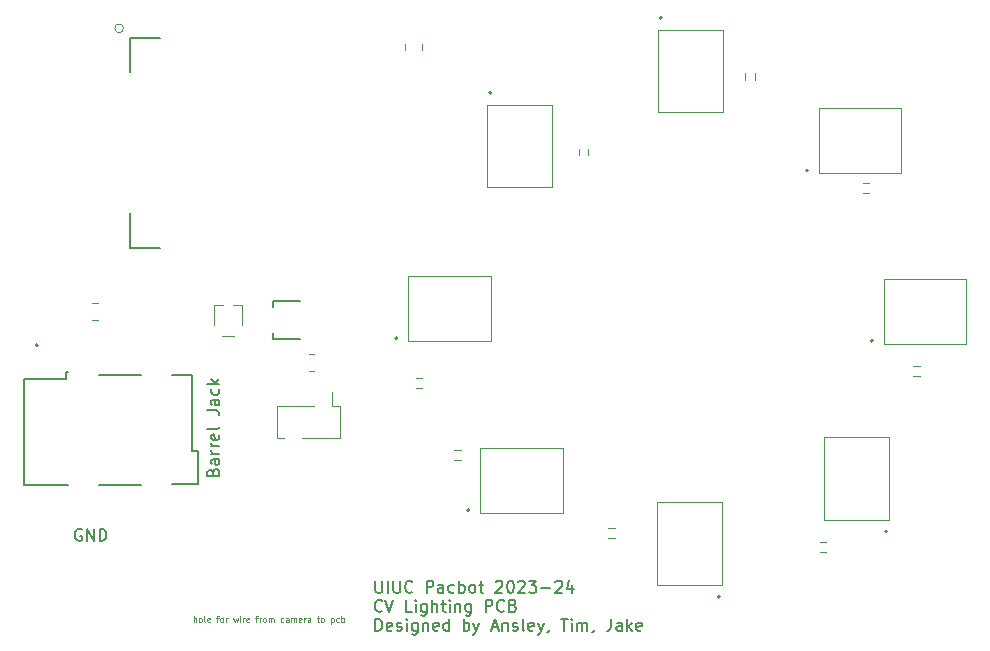
<source format=gbr>
%TF.GenerationSoftware,KiCad,Pcbnew,7.0.9*%
%TF.CreationDate,2024-01-18T23:10:00-06:00*%
%TF.ProjectId,cv_lighting_pcb,63765f6c-6967-4687-9469-6e675f706362,rev?*%
%TF.SameCoordinates,Original*%
%TF.FileFunction,Legend,Top*%
%TF.FilePolarity,Positive*%
%FSLAX46Y46*%
G04 Gerber Fmt 4.6, Leading zero omitted, Abs format (unit mm)*
G04 Created by KiCad (PCBNEW 7.0.9) date 2024-01-18 23:10:00*
%MOMM*%
%LPD*%
G01*
G04 APERTURE LIST*
%ADD10C,0.150000*%
%ADD11C,0.125000*%
%ADD12C,0.120000*%
%ADD13C,0.200000*%
%ADD14C,0.152400*%
%ADD15C,0.127000*%
G04 APERTURE END LIST*
D10*
X105000588Y-100517438D02*
X104905350Y-100469819D01*
X104905350Y-100469819D02*
X104762493Y-100469819D01*
X104762493Y-100469819D02*
X104619636Y-100517438D01*
X104619636Y-100517438D02*
X104524398Y-100612676D01*
X104524398Y-100612676D02*
X104476779Y-100707914D01*
X104476779Y-100707914D02*
X104429160Y-100898390D01*
X104429160Y-100898390D02*
X104429160Y-101041247D01*
X104429160Y-101041247D02*
X104476779Y-101231723D01*
X104476779Y-101231723D02*
X104524398Y-101326961D01*
X104524398Y-101326961D02*
X104619636Y-101422200D01*
X104619636Y-101422200D02*
X104762493Y-101469819D01*
X104762493Y-101469819D02*
X104857731Y-101469819D01*
X104857731Y-101469819D02*
X105000588Y-101422200D01*
X105000588Y-101422200D02*
X105048207Y-101374580D01*
X105048207Y-101374580D02*
X105048207Y-101041247D01*
X105048207Y-101041247D02*
X104857731Y-101041247D01*
X105476779Y-101469819D02*
X105476779Y-100469819D01*
X105476779Y-100469819D02*
X106048207Y-101469819D01*
X106048207Y-101469819D02*
X106048207Y-100469819D01*
X106524398Y-101469819D02*
X106524398Y-100469819D01*
X106524398Y-100469819D02*
X106762493Y-100469819D01*
X106762493Y-100469819D02*
X106905350Y-100517438D01*
X106905350Y-100517438D02*
X107000588Y-100612676D01*
X107000588Y-100612676D02*
X107048207Y-100707914D01*
X107048207Y-100707914D02*
X107095826Y-100898390D01*
X107095826Y-100898390D02*
X107095826Y-101041247D01*
X107095826Y-101041247D02*
X107048207Y-101231723D01*
X107048207Y-101231723D02*
X107000588Y-101326961D01*
X107000588Y-101326961D02*
X106905350Y-101422200D01*
X106905350Y-101422200D02*
X106762493Y-101469819D01*
X106762493Y-101469819D02*
X106524398Y-101469819D01*
X129876779Y-104869819D02*
X129876779Y-105679342D01*
X129876779Y-105679342D02*
X129924398Y-105774580D01*
X129924398Y-105774580D02*
X129972017Y-105822200D01*
X129972017Y-105822200D02*
X130067255Y-105869819D01*
X130067255Y-105869819D02*
X130257731Y-105869819D01*
X130257731Y-105869819D02*
X130352969Y-105822200D01*
X130352969Y-105822200D02*
X130400588Y-105774580D01*
X130400588Y-105774580D02*
X130448207Y-105679342D01*
X130448207Y-105679342D02*
X130448207Y-104869819D01*
X130924398Y-105869819D02*
X130924398Y-104869819D01*
X131400588Y-104869819D02*
X131400588Y-105679342D01*
X131400588Y-105679342D02*
X131448207Y-105774580D01*
X131448207Y-105774580D02*
X131495826Y-105822200D01*
X131495826Y-105822200D02*
X131591064Y-105869819D01*
X131591064Y-105869819D02*
X131781540Y-105869819D01*
X131781540Y-105869819D02*
X131876778Y-105822200D01*
X131876778Y-105822200D02*
X131924397Y-105774580D01*
X131924397Y-105774580D02*
X131972016Y-105679342D01*
X131972016Y-105679342D02*
X131972016Y-104869819D01*
X133019635Y-105774580D02*
X132972016Y-105822200D01*
X132972016Y-105822200D02*
X132829159Y-105869819D01*
X132829159Y-105869819D02*
X132733921Y-105869819D01*
X132733921Y-105869819D02*
X132591064Y-105822200D01*
X132591064Y-105822200D02*
X132495826Y-105726961D01*
X132495826Y-105726961D02*
X132448207Y-105631723D01*
X132448207Y-105631723D02*
X132400588Y-105441247D01*
X132400588Y-105441247D02*
X132400588Y-105298390D01*
X132400588Y-105298390D02*
X132448207Y-105107914D01*
X132448207Y-105107914D02*
X132495826Y-105012676D01*
X132495826Y-105012676D02*
X132591064Y-104917438D01*
X132591064Y-104917438D02*
X132733921Y-104869819D01*
X132733921Y-104869819D02*
X132829159Y-104869819D01*
X132829159Y-104869819D02*
X132972016Y-104917438D01*
X132972016Y-104917438D02*
X133019635Y-104965057D01*
X134210112Y-105869819D02*
X134210112Y-104869819D01*
X134210112Y-104869819D02*
X134591064Y-104869819D01*
X134591064Y-104869819D02*
X134686302Y-104917438D01*
X134686302Y-104917438D02*
X134733921Y-104965057D01*
X134733921Y-104965057D02*
X134781540Y-105060295D01*
X134781540Y-105060295D02*
X134781540Y-105203152D01*
X134781540Y-105203152D02*
X134733921Y-105298390D01*
X134733921Y-105298390D02*
X134686302Y-105346009D01*
X134686302Y-105346009D02*
X134591064Y-105393628D01*
X134591064Y-105393628D02*
X134210112Y-105393628D01*
X135638683Y-105869819D02*
X135638683Y-105346009D01*
X135638683Y-105346009D02*
X135591064Y-105250771D01*
X135591064Y-105250771D02*
X135495826Y-105203152D01*
X135495826Y-105203152D02*
X135305350Y-105203152D01*
X135305350Y-105203152D02*
X135210112Y-105250771D01*
X135638683Y-105822200D02*
X135543445Y-105869819D01*
X135543445Y-105869819D02*
X135305350Y-105869819D01*
X135305350Y-105869819D02*
X135210112Y-105822200D01*
X135210112Y-105822200D02*
X135162493Y-105726961D01*
X135162493Y-105726961D02*
X135162493Y-105631723D01*
X135162493Y-105631723D02*
X135210112Y-105536485D01*
X135210112Y-105536485D02*
X135305350Y-105488866D01*
X135305350Y-105488866D02*
X135543445Y-105488866D01*
X135543445Y-105488866D02*
X135638683Y-105441247D01*
X136543445Y-105822200D02*
X136448207Y-105869819D01*
X136448207Y-105869819D02*
X136257731Y-105869819D01*
X136257731Y-105869819D02*
X136162493Y-105822200D01*
X136162493Y-105822200D02*
X136114874Y-105774580D01*
X136114874Y-105774580D02*
X136067255Y-105679342D01*
X136067255Y-105679342D02*
X136067255Y-105393628D01*
X136067255Y-105393628D02*
X136114874Y-105298390D01*
X136114874Y-105298390D02*
X136162493Y-105250771D01*
X136162493Y-105250771D02*
X136257731Y-105203152D01*
X136257731Y-105203152D02*
X136448207Y-105203152D01*
X136448207Y-105203152D02*
X136543445Y-105250771D01*
X136972017Y-105869819D02*
X136972017Y-104869819D01*
X136972017Y-105250771D02*
X137067255Y-105203152D01*
X137067255Y-105203152D02*
X137257731Y-105203152D01*
X137257731Y-105203152D02*
X137352969Y-105250771D01*
X137352969Y-105250771D02*
X137400588Y-105298390D01*
X137400588Y-105298390D02*
X137448207Y-105393628D01*
X137448207Y-105393628D02*
X137448207Y-105679342D01*
X137448207Y-105679342D02*
X137400588Y-105774580D01*
X137400588Y-105774580D02*
X137352969Y-105822200D01*
X137352969Y-105822200D02*
X137257731Y-105869819D01*
X137257731Y-105869819D02*
X137067255Y-105869819D01*
X137067255Y-105869819D02*
X136972017Y-105822200D01*
X138019636Y-105869819D02*
X137924398Y-105822200D01*
X137924398Y-105822200D02*
X137876779Y-105774580D01*
X137876779Y-105774580D02*
X137829160Y-105679342D01*
X137829160Y-105679342D02*
X137829160Y-105393628D01*
X137829160Y-105393628D02*
X137876779Y-105298390D01*
X137876779Y-105298390D02*
X137924398Y-105250771D01*
X137924398Y-105250771D02*
X138019636Y-105203152D01*
X138019636Y-105203152D02*
X138162493Y-105203152D01*
X138162493Y-105203152D02*
X138257731Y-105250771D01*
X138257731Y-105250771D02*
X138305350Y-105298390D01*
X138305350Y-105298390D02*
X138352969Y-105393628D01*
X138352969Y-105393628D02*
X138352969Y-105679342D01*
X138352969Y-105679342D02*
X138305350Y-105774580D01*
X138305350Y-105774580D02*
X138257731Y-105822200D01*
X138257731Y-105822200D02*
X138162493Y-105869819D01*
X138162493Y-105869819D02*
X138019636Y-105869819D01*
X138638684Y-105203152D02*
X139019636Y-105203152D01*
X138781541Y-104869819D02*
X138781541Y-105726961D01*
X138781541Y-105726961D02*
X138829160Y-105822200D01*
X138829160Y-105822200D02*
X138924398Y-105869819D01*
X138924398Y-105869819D02*
X139019636Y-105869819D01*
X140067256Y-104965057D02*
X140114875Y-104917438D01*
X140114875Y-104917438D02*
X140210113Y-104869819D01*
X140210113Y-104869819D02*
X140448208Y-104869819D01*
X140448208Y-104869819D02*
X140543446Y-104917438D01*
X140543446Y-104917438D02*
X140591065Y-104965057D01*
X140591065Y-104965057D02*
X140638684Y-105060295D01*
X140638684Y-105060295D02*
X140638684Y-105155533D01*
X140638684Y-105155533D02*
X140591065Y-105298390D01*
X140591065Y-105298390D02*
X140019637Y-105869819D01*
X140019637Y-105869819D02*
X140638684Y-105869819D01*
X141257732Y-104869819D02*
X141352970Y-104869819D01*
X141352970Y-104869819D02*
X141448208Y-104917438D01*
X141448208Y-104917438D02*
X141495827Y-104965057D01*
X141495827Y-104965057D02*
X141543446Y-105060295D01*
X141543446Y-105060295D02*
X141591065Y-105250771D01*
X141591065Y-105250771D02*
X141591065Y-105488866D01*
X141591065Y-105488866D02*
X141543446Y-105679342D01*
X141543446Y-105679342D02*
X141495827Y-105774580D01*
X141495827Y-105774580D02*
X141448208Y-105822200D01*
X141448208Y-105822200D02*
X141352970Y-105869819D01*
X141352970Y-105869819D02*
X141257732Y-105869819D01*
X141257732Y-105869819D02*
X141162494Y-105822200D01*
X141162494Y-105822200D02*
X141114875Y-105774580D01*
X141114875Y-105774580D02*
X141067256Y-105679342D01*
X141067256Y-105679342D02*
X141019637Y-105488866D01*
X141019637Y-105488866D02*
X141019637Y-105250771D01*
X141019637Y-105250771D02*
X141067256Y-105060295D01*
X141067256Y-105060295D02*
X141114875Y-104965057D01*
X141114875Y-104965057D02*
X141162494Y-104917438D01*
X141162494Y-104917438D02*
X141257732Y-104869819D01*
X141972018Y-104965057D02*
X142019637Y-104917438D01*
X142019637Y-104917438D02*
X142114875Y-104869819D01*
X142114875Y-104869819D02*
X142352970Y-104869819D01*
X142352970Y-104869819D02*
X142448208Y-104917438D01*
X142448208Y-104917438D02*
X142495827Y-104965057D01*
X142495827Y-104965057D02*
X142543446Y-105060295D01*
X142543446Y-105060295D02*
X142543446Y-105155533D01*
X142543446Y-105155533D02*
X142495827Y-105298390D01*
X142495827Y-105298390D02*
X141924399Y-105869819D01*
X141924399Y-105869819D02*
X142543446Y-105869819D01*
X142876780Y-104869819D02*
X143495827Y-104869819D01*
X143495827Y-104869819D02*
X143162494Y-105250771D01*
X143162494Y-105250771D02*
X143305351Y-105250771D01*
X143305351Y-105250771D02*
X143400589Y-105298390D01*
X143400589Y-105298390D02*
X143448208Y-105346009D01*
X143448208Y-105346009D02*
X143495827Y-105441247D01*
X143495827Y-105441247D02*
X143495827Y-105679342D01*
X143495827Y-105679342D02*
X143448208Y-105774580D01*
X143448208Y-105774580D02*
X143400589Y-105822200D01*
X143400589Y-105822200D02*
X143305351Y-105869819D01*
X143305351Y-105869819D02*
X143019637Y-105869819D01*
X143019637Y-105869819D02*
X142924399Y-105822200D01*
X142924399Y-105822200D02*
X142876780Y-105774580D01*
X143924399Y-105488866D02*
X144686304Y-105488866D01*
X145114875Y-104965057D02*
X145162494Y-104917438D01*
X145162494Y-104917438D02*
X145257732Y-104869819D01*
X145257732Y-104869819D02*
X145495827Y-104869819D01*
X145495827Y-104869819D02*
X145591065Y-104917438D01*
X145591065Y-104917438D02*
X145638684Y-104965057D01*
X145638684Y-104965057D02*
X145686303Y-105060295D01*
X145686303Y-105060295D02*
X145686303Y-105155533D01*
X145686303Y-105155533D02*
X145638684Y-105298390D01*
X145638684Y-105298390D02*
X145067256Y-105869819D01*
X145067256Y-105869819D02*
X145686303Y-105869819D01*
X146543446Y-105203152D02*
X146543446Y-105869819D01*
X146305351Y-104822200D02*
X146067256Y-105536485D01*
X146067256Y-105536485D02*
X146686303Y-105536485D01*
X130448207Y-107384580D02*
X130400588Y-107432200D01*
X130400588Y-107432200D02*
X130257731Y-107479819D01*
X130257731Y-107479819D02*
X130162493Y-107479819D01*
X130162493Y-107479819D02*
X130019636Y-107432200D01*
X130019636Y-107432200D02*
X129924398Y-107336961D01*
X129924398Y-107336961D02*
X129876779Y-107241723D01*
X129876779Y-107241723D02*
X129829160Y-107051247D01*
X129829160Y-107051247D02*
X129829160Y-106908390D01*
X129829160Y-106908390D02*
X129876779Y-106717914D01*
X129876779Y-106717914D02*
X129924398Y-106622676D01*
X129924398Y-106622676D02*
X130019636Y-106527438D01*
X130019636Y-106527438D02*
X130162493Y-106479819D01*
X130162493Y-106479819D02*
X130257731Y-106479819D01*
X130257731Y-106479819D02*
X130400588Y-106527438D01*
X130400588Y-106527438D02*
X130448207Y-106575057D01*
X130733922Y-106479819D02*
X131067255Y-107479819D01*
X131067255Y-107479819D02*
X131400588Y-106479819D01*
X132972017Y-107479819D02*
X132495827Y-107479819D01*
X132495827Y-107479819D02*
X132495827Y-106479819D01*
X133305351Y-107479819D02*
X133305351Y-106813152D01*
X133305351Y-106479819D02*
X133257732Y-106527438D01*
X133257732Y-106527438D02*
X133305351Y-106575057D01*
X133305351Y-106575057D02*
X133352970Y-106527438D01*
X133352970Y-106527438D02*
X133305351Y-106479819D01*
X133305351Y-106479819D02*
X133305351Y-106575057D01*
X134210112Y-106813152D02*
X134210112Y-107622676D01*
X134210112Y-107622676D02*
X134162493Y-107717914D01*
X134162493Y-107717914D02*
X134114874Y-107765533D01*
X134114874Y-107765533D02*
X134019636Y-107813152D01*
X134019636Y-107813152D02*
X133876779Y-107813152D01*
X133876779Y-107813152D02*
X133781541Y-107765533D01*
X134210112Y-107432200D02*
X134114874Y-107479819D01*
X134114874Y-107479819D02*
X133924398Y-107479819D01*
X133924398Y-107479819D02*
X133829160Y-107432200D01*
X133829160Y-107432200D02*
X133781541Y-107384580D01*
X133781541Y-107384580D02*
X133733922Y-107289342D01*
X133733922Y-107289342D02*
X133733922Y-107003628D01*
X133733922Y-107003628D02*
X133781541Y-106908390D01*
X133781541Y-106908390D02*
X133829160Y-106860771D01*
X133829160Y-106860771D02*
X133924398Y-106813152D01*
X133924398Y-106813152D02*
X134114874Y-106813152D01*
X134114874Y-106813152D02*
X134210112Y-106860771D01*
X134686303Y-107479819D02*
X134686303Y-106479819D01*
X135114874Y-107479819D02*
X135114874Y-106956009D01*
X135114874Y-106956009D02*
X135067255Y-106860771D01*
X135067255Y-106860771D02*
X134972017Y-106813152D01*
X134972017Y-106813152D02*
X134829160Y-106813152D01*
X134829160Y-106813152D02*
X134733922Y-106860771D01*
X134733922Y-106860771D02*
X134686303Y-106908390D01*
X135448208Y-106813152D02*
X135829160Y-106813152D01*
X135591065Y-106479819D02*
X135591065Y-107336961D01*
X135591065Y-107336961D02*
X135638684Y-107432200D01*
X135638684Y-107432200D02*
X135733922Y-107479819D01*
X135733922Y-107479819D02*
X135829160Y-107479819D01*
X136162494Y-107479819D02*
X136162494Y-106813152D01*
X136162494Y-106479819D02*
X136114875Y-106527438D01*
X136114875Y-106527438D02*
X136162494Y-106575057D01*
X136162494Y-106575057D02*
X136210113Y-106527438D01*
X136210113Y-106527438D02*
X136162494Y-106479819D01*
X136162494Y-106479819D02*
X136162494Y-106575057D01*
X136638684Y-106813152D02*
X136638684Y-107479819D01*
X136638684Y-106908390D02*
X136686303Y-106860771D01*
X136686303Y-106860771D02*
X136781541Y-106813152D01*
X136781541Y-106813152D02*
X136924398Y-106813152D01*
X136924398Y-106813152D02*
X137019636Y-106860771D01*
X137019636Y-106860771D02*
X137067255Y-106956009D01*
X137067255Y-106956009D02*
X137067255Y-107479819D01*
X137972017Y-106813152D02*
X137972017Y-107622676D01*
X137972017Y-107622676D02*
X137924398Y-107717914D01*
X137924398Y-107717914D02*
X137876779Y-107765533D01*
X137876779Y-107765533D02*
X137781541Y-107813152D01*
X137781541Y-107813152D02*
X137638684Y-107813152D01*
X137638684Y-107813152D02*
X137543446Y-107765533D01*
X137972017Y-107432200D02*
X137876779Y-107479819D01*
X137876779Y-107479819D02*
X137686303Y-107479819D01*
X137686303Y-107479819D02*
X137591065Y-107432200D01*
X137591065Y-107432200D02*
X137543446Y-107384580D01*
X137543446Y-107384580D02*
X137495827Y-107289342D01*
X137495827Y-107289342D02*
X137495827Y-107003628D01*
X137495827Y-107003628D02*
X137543446Y-106908390D01*
X137543446Y-106908390D02*
X137591065Y-106860771D01*
X137591065Y-106860771D02*
X137686303Y-106813152D01*
X137686303Y-106813152D02*
X137876779Y-106813152D01*
X137876779Y-106813152D02*
X137972017Y-106860771D01*
X139210113Y-107479819D02*
X139210113Y-106479819D01*
X139210113Y-106479819D02*
X139591065Y-106479819D01*
X139591065Y-106479819D02*
X139686303Y-106527438D01*
X139686303Y-106527438D02*
X139733922Y-106575057D01*
X139733922Y-106575057D02*
X139781541Y-106670295D01*
X139781541Y-106670295D02*
X139781541Y-106813152D01*
X139781541Y-106813152D02*
X139733922Y-106908390D01*
X139733922Y-106908390D02*
X139686303Y-106956009D01*
X139686303Y-106956009D02*
X139591065Y-107003628D01*
X139591065Y-107003628D02*
X139210113Y-107003628D01*
X140781541Y-107384580D02*
X140733922Y-107432200D01*
X140733922Y-107432200D02*
X140591065Y-107479819D01*
X140591065Y-107479819D02*
X140495827Y-107479819D01*
X140495827Y-107479819D02*
X140352970Y-107432200D01*
X140352970Y-107432200D02*
X140257732Y-107336961D01*
X140257732Y-107336961D02*
X140210113Y-107241723D01*
X140210113Y-107241723D02*
X140162494Y-107051247D01*
X140162494Y-107051247D02*
X140162494Y-106908390D01*
X140162494Y-106908390D02*
X140210113Y-106717914D01*
X140210113Y-106717914D02*
X140257732Y-106622676D01*
X140257732Y-106622676D02*
X140352970Y-106527438D01*
X140352970Y-106527438D02*
X140495827Y-106479819D01*
X140495827Y-106479819D02*
X140591065Y-106479819D01*
X140591065Y-106479819D02*
X140733922Y-106527438D01*
X140733922Y-106527438D02*
X140781541Y-106575057D01*
X141543446Y-106956009D02*
X141686303Y-107003628D01*
X141686303Y-107003628D02*
X141733922Y-107051247D01*
X141733922Y-107051247D02*
X141781541Y-107146485D01*
X141781541Y-107146485D02*
X141781541Y-107289342D01*
X141781541Y-107289342D02*
X141733922Y-107384580D01*
X141733922Y-107384580D02*
X141686303Y-107432200D01*
X141686303Y-107432200D02*
X141591065Y-107479819D01*
X141591065Y-107479819D02*
X141210113Y-107479819D01*
X141210113Y-107479819D02*
X141210113Y-106479819D01*
X141210113Y-106479819D02*
X141543446Y-106479819D01*
X141543446Y-106479819D02*
X141638684Y-106527438D01*
X141638684Y-106527438D02*
X141686303Y-106575057D01*
X141686303Y-106575057D02*
X141733922Y-106670295D01*
X141733922Y-106670295D02*
X141733922Y-106765533D01*
X141733922Y-106765533D02*
X141686303Y-106860771D01*
X141686303Y-106860771D02*
X141638684Y-106908390D01*
X141638684Y-106908390D02*
X141543446Y-106956009D01*
X141543446Y-106956009D02*
X141210113Y-106956009D01*
X129876779Y-109089819D02*
X129876779Y-108089819D01*
X129876779Y-108089819D02*
X130114874Y-108089819D01*
X130114874Y-108089819D02*
X130257731Y-108137438D01*
X130257731Y-108137438D02*
X130352969Y-108232676D01*
X130352969Y-108232676D02*
X130400588Y-108327914D01*
X130400588Y-108327914D02*
X130448207Y-108518390D01*
X130448207Y-108518390D02*
X130448207Y-108661247D01*
X130448207Y-108661247D02*
X130400588Y-108851723D01*
X130400588Y-108851723D02*
X130352969Y-108946961D01*
X130352969Y-108946961D02*
X130257731Y-109042200D01*
X130257731Y-109042200D02*
X130114874Y-109089819D01*
X130114874Y-109089819D02*
X129876779Y-109089819D01*
X131257731Y-109042200D02*
X131162493Y-109089819D01*
X131162493Y-109089819D02*
X130972017Y-109089819D01*
X130972017Y-109089819D02*
X130876779Y-109042200D01*
X130876779Y-109042200D02*
X130829160Y-108946961D01*
X130829160Y-108946961D02*
X130829160Y-108566009D01*
X130829160Y-108566009D02*
X130876779Y-108470771D01*
X130876779Y-108470771D02*
X130972017Y-108423152D01*
X130972017Y-108423152D02*
X131162493Y-108423152D01*
X131162493Y-108423152D02*
X131257731Y-108470771D01*
X131257731Y-108470771D02*
X131305350Y-108566009D01*
X131305350Y-108566009D02*
X131305350Y-108661247D01*
X131305350Y-108661247D02*
X130829160Y-108756485D01*
X131686303Y-109042200D02*
X131781541Y-109089819D01*
X131781541Y-109089819D02*
X131972017Y-109089819D01*
X131972017Y-109089819D02*
X132067255Y-109042200D01*
X132067255Y-109042200D02*
X132114874Y-108946961D01*
X132114874Y-108946961D02*
X132114874Y-108899342D01*
X132114874Y-108899342D02*
X132067255Y-108804104D01*
X132067255Y-108804104D02*
X131972017Y-108756485D01*
X131972017Y-108756485D02*
X131829160Y-108756485D01*
X131829160Y-108756485D02*
X131733922Y-108708866D01*
X131733922Y-108708866D02*
X131686303Y-108613628D01*
X131686303Y-108613628D02*
X131686303Y-108566009D01*
X131686303Y-108566009D02*
X131733922Y-108470771D01*
X131733922Y-108470771D02*
X131829160Y-108423152D01*
X131829160Y-108423152D02*
X131972017Y-108423152D01*
X131972017Y-108423152D02*
X132067255Y-108470771D01*
X132543446Y-109089819D02*
X132543446Y-108423152D01*
X132543446Y-108089819D02*
X132495827Y-108137438D01*
X132495827Y-108137438D02*
X132543446Y-108185057D01*
X132543446Y-108185057D02*
X132591065Y-108137438D01*
X132591065Y-108137438D02*
X132543446Y-108089819D01*
X132543446Y-108089819D02*
X132543446Y-108185057D01*
X133448207Y-108423152D02*
X133448207Y-109232676D01*
X133448207Y-109232676D02*
X133400588Y-109327914D01*
X133400588Y-109327914D02*
X133352969Y-109375533D01*
X133352969Y-109375533D02*
X133257731Y-109423152D01*
X133257731Y-109423152D02*
X133114874Y-109423152D01*
X133114874Y-109423152D02*
X133019636Y-109375533D01*
X133448207Y-109042200D02*
X133352969Y-109089819D01*
X133352969Y-109089819D02*
X133162493Y-109089819D01*
X133162493Y-109089819D02*
X133067255Y-109042200D01*
X133067255Y-109042200D02*
X133019636Y-108994580D01*
X133019636Y-108994580D02*
X132972017Y-108899342D01*
X132972017Y-108899342D02*
X132972017Y-108613628D01*
X132972017Y-108613628D02*
X133019636Y-108518390D01*
X133019636Y-108518390D02*
X133067255Y-108470771D01*
X133067255Y-108470771D02*
X133162493Y-108423152D01*
X133162493Y-108423152D02*
X133352969Y-108423152D01*
X133352969Y-108423152D02*
X133448207Y-108470771D01*
X133924398Y-108423152D02*
X133924398Y-109089819D01*
X133924398Y-108518390D02*
X133972017Y-108470771D01*
X133972017Y-108470771D02*
X134067255Y-108423152D01*
X134067255Y-108423152D02*
X134210112Y-108423152D01*
X134210112Y-108423152D02*
X134305350Y-108470771D01*
X134305350Y-108470771D02*
X134352969Y-108566009D01*
X134352969Y-108566009D02*
X134352969Y-109089819D01*
X135210112Y-109042200D02*
X135114874Y-109089819D01*
X135114874Y-109089819D02*
X134924398Y-109089819D01*
X134924398Y-109089819D02*
X134829160Y-109042200D01*
X134829160Y-109042200D02*
X134781541Y-108946961D01*
X134781541Y-108946961D02*
X134781541Y-108566009D01*
X134781541Y-108566009D02*
X134829160Y-108470771D01*
X134829160Y-108470771D02*
X134924398Y-108423152D01*
X134924398Y-108423152D02*
X135114874Y-108423152D01*
X135114874Y-108423152D02*
X135210112Y-108470771D01*
X135210112Y-108470771D02*
X135257731Y-108566009D01*
X135257731Y-108566009D02*
X135257731Y-108661247D01*
X135257731Y-108661247D02*
X134781541Y-108756485D01*
X136114874Y-109089819D02*
X136114874Y-108089819D01*
X136114874Y-109042200D02*
X136019636Y-109089819D01*
X136019636Y-109089819D02*
X135829160Y-109089819D01*
X135829160Y-109089819D02*
X135733922Y-109042200D01*
X135733922Y-109042200D02*
X135686303Y-108994580D01*
X135686303Y-108994580D02*
X135638684Y-108899342D01*
X135638684Y-108899342D02*
X135638684Y-108613628D01*
X135638684Y-108613628D02*
X135686303Y-108518390D01*
X135686303Y-108518390D02*
X135733922Y-108470771D01*
X135733922Y-108470771D02*
X135829160Y-108423152D01*
X135829160Y-108423152D02*
X136019636Y-108423152D01*
X136019636Y-108423152D02*
X136114874Y-108470771D01*
X137352970Y-109089819D02*
X137352970Y-108089819D01*
X137352970Y-108470771D02*
X137448208Y-108423152D01*
X137448208Y-108423152D02*
X137638684Y-108423152D01*
X137638684Y-108423152D02*
X137733922Y-108470771D01*
X137733922Y-108470771D02*
X137781541Y-108518390D01*
X137781541Y-108518390D02*
X137829160Y-108613628D01*
X137829160Y-108613628D02*
X137829160Y-108899342D01*
X137829160Y-108899342D02*
X137781541Y-108994580D01*
X137781541Y-108994580D02*
X137733922Y-109042200D01*
X137733922Y-109042200D02*
X137638684Y-109089819D01*
X137638684Y-109089819D02*
X137448208Y-109089819D01*
X137448208Y-109089819D02*
X137352970Y-109042200D01*
X138162494Y-108423152D02*
X138400589Y-109089819D01*
X138638684Y-108423152D02*
X138400589Y-109089819D01*
X138400589Y-109089819D02*
X138305351Y-109327914D01*
X138305351Y-109327914D02*
X138257732Y-109375533D01*
X138257732Y-109375533D02*
X138162494Y-109423152D01*
X139733923Y-108804104D02*
X140210113Y-108804104D01*
X139638685Y-109089819D02*
X139972018Y-108089819D01*
X139972018Y-108089819D02*
X140305351Y-109089819D01*
X140638685Y-108423152D02*
X140638685Y-109089819D01*
X140638685Y-108518390D02*
X140686304Y-108470771D01*
X140686304Y-108470771D02*
X140781542Y-108423152D01*
X140781542Y-108423152D02*
X140924399Y-108423152D01*
X140924399Y-108423152D02*
X141019637Y-108470771D01*
X141019637Y-108470771D02*
X141067256Y-108566009D01*
X141067256Y-108566009D02*
X141067256Y-109089819D01*
X141495828Y-109042200D02*
X141591066Y-109089819D01*
X141591066Y-109089819D02*
X141781542Y-109089819D01*
X141781542Y-109089819D02*
X141876780Y-109042200D01*
X141876780Y-109042200D02*
X141924399Y-108946961D01*
X141924399Y-108946961D02*
X141924399Y-108899342D01*
X141924399Y-108899342D02*
X141876780Y-108804104D01*
X141876780Y-108804104D02*
X141781542Y-108756485D01*
X141781542Y-108756485D02*
X141638685Y-108756485D01*
X141638685Y-108756485D02*
X141543447Y-108708866D01*
X141543447Y-108708866D02*
X141495828Y-108613628D01*
X141495828Y-108613628D02*
X141495828Y-108566009D01*
X141495828Y-108566009D02*
X141543447Y-108470771D01*
X141543447Y-108470771D02*
X141638685Y-108423152D01*
X141638685Y-108423152D02*
X141781542Y-108423152D01*
X141781542Y-108423152D02*
X141876780Y-108470771D01*
X142495828Y-109089819D02*
X142400590Y-109042200D01*
X142400590Y-109042200D02*
X142352971Y-108946961D01*
X142352971Y-108946961D02*
X142352971Y-108089819D01*
X143257733Y-109042200D02*
X143162495Y-109089819D01*
X143162495Y-109089819D02*
X142972019Y-109089819D01*
X142972019Y-109089819D02*
X142876781Y-109042200D01*
X142876781Y-109042200D02*
X142829162Y-108946961D01*
X142829162Y-108946961D02*
X142829162Y-108566009D01*
X142829162Y-108566009D02*
X142876781Y-108470771D01*
X142876781Y-108470771D02*
X142972019Y-108423152D01*
X142972019Y-108423152D02*
X143162495Y-108423152D01*
X143162495Y-108423152D02*
X143257733Y-108470771D01*
X143257733Y-108470771D02*
X143305352Y-108566009D01*
X143305352Y-108566009D02*
X143305352Y-108661247D01*
X143305352Y-108661247D02*
X142829162Y-108756485D01*
X143638686Y-108423152D02*
X143876781Y-109089819D01*
X144114876Y-108423152D02*
X143876781Y-109089819D01*
X143876781Y-109089819D02*
X143781543Y-109327914D01*
X143781543Y-109327914D02*
X143733924Y-109375533D01*
X143733924Y-109375533D02*
X143638686Y-109423152D01*
X144543448Y-109042200D02*
X144543448Y-109089819D01*
X144543448Y-109089819D02*
X144495829Y-109185057D01*
X144495829Y-109185057D02*
X144448210Y-109232676D01*
X145591067Y-108089819D02*
X146162495Y-108089819D01*
X145876781Y-109089819D02*
X145876781Y-108089819D01*
X146495829Y-109089819D02*
X146495829Y-108423152D01*
X146495829Y-108089819D02*
X146448210Y-108137438D01*
X146448210Y-108137438D02*
X146495829Y-108185057D01*
X146495829Y-108185057D02*
X146543448Y-108137438D01*
X146543448Y-108137438D02*
X146495829Y-108089819D01*
X146495829Y-108089819D02*
X146495829Y-108185057D01*
X146972019Y-109089819D02*
X146972019Y-108423152D01*
X146972019Y-108518390D02*
X147019638Y-108470771D01*
X147019638Y-108470771D02*
X147114876Y-108423152D01*
X147114876Y-108423152D02*
X147257733Y-108423152D01*
X147257733Y-108423152D02*
X147352971Y-108470771D01*
X147352971Y-108470771D02*
X147400590Y-108566009D01*
X147400590Y-108566009D02*
X147400590Y-109089819D01*
X147400590Y-108566009D02*
X147448209Y-108470771D01*
X147448209Y-108470771D02*
X147543447Y-108423152D01*
X147543447Y-108423152D02*
X147686304Y-108423152D01*
X147686304Y-108423152D02*
X147781543Y-108470771D01*
X147781543Y-108470771D02*
X147829162Y-108566009D01*
X147829162Y-108566009D02*
X147829162Y-109089819D01*
X148352971Y-109042200D02*
X148352971Y-109089819D01*
X148352971Y-109089819D02*
X148305352Y-109185057D01*
X148305352Y-109185057D02*
X148257733Y-109232676D01*
X149829161Y-108089819D02*
X149829161Y-108804104D01*
X149829161Y-108804104D02*
X149781542Y-108946961D01*
X149781542Y-108946961D02*
X149686304Y-109042200D01*
X149686304Y-109042200D02*
X149543447Y-109089819D01*
X149543447Y-109089819D02*
X149448209Y-109089819D01*
X150733923Y-109089819D02*
X150733923Y-108566009D01*
X150733923Y-108566009D02*
X150686304Y-108470771D01*
X150686304Y-108470771D02*
X150591066Y-108423152D01*
X150591066Y-108423152D02*
X150400590Y-108423152D01*
X150400590Y-108423152D02*
X150305352Y-108470771D01*
X150733923Y-109042200D02*
X150638685Y-109089819D01*
X150638685Y-109089819D02*
X150400590Y-109089819D01*
X150400590Y-109089819D02*
X150305352Y-109042200D01*
X150305352Y-109042200D02*
X150257733Y-108946961D01*
X150257733Y-108946961D02*
X150257733Y-108851723D01*
X150257733Y-108851723D02*
X150305352Y-108756485D01*
X150305352Y-108756485D02*
X150400590Y-108708866D01*
X150400590Y-108708866D02*
X150638685Y-108708866D01*
X150638685Y-108708866D02*
X150733923Y-108661247D01*
X151210114Y-109089819D02*
X151210114Y-108089819D01*
X151305352Y-108708866D02*
X151591066Y-109089819D01*
X151591066Y-108423152D02*
X151210114Y-108804104D01*
X152400590Y-109042200D02*
X152305352Y-109089819D01*
X152305352Y-109089819D02*
X152114876Y-109089819D01*
X152114876Y-109089819D02*
X152019638Y-109042200D01*
X152019638Y-109042200D02*
X151972019Y-108946961D01*
X151972019Y-108946961D02*
X151972019Y-108566009D01*
X151972019Y-108566009D02*
X152019638Y-108470771D01*
X152019638Y-108470771D02*
X152114876Y-108423152D01*
X152114876Y-108423152D02*
X152305352Y-108423152D01*
X152305352Y-108423152D02*
X152400590Y-108470771D01*
X152400590Y-108470771D02*
X152448209Y-108566009D01*
X152448209Y-108566009D02*
X152448209Y-108661247D01*
X152448209Y-108661247D02*
X151972019Y-108756485D01*
D11*
X114501283Y-108347309D02*
X114501283Y-107847309D01*
X114715569Y-108347309D02*
X114715569Y-108085404D01*
X114715569Y-108085404D02*
X114691759Y-108037785D01*
X114691759Y-108037785D02*
X114644140Y-108013976D01*
X114644140Y-108013976D02*
X114572712Y-108013976D01*
X114572712Y-108013976D02*
X114525093Y-108037785D01*
X114525093Y-108037785D02*
X114501283Y-108061595D01*
X115025093Y-108347309D02*
X114977474Y-108323500D01*
X114977474Y-108323500D02*
X114953664Y-108299690D01*
X114953664Y-108299690D02*
X114929855Y-108252071D01*
X114929855Y-108252071D02*
X114929855Y-108109214D01*
X114929855Y-108109214D02*
X114953664Y-108061595D01*
X114953664Y-108061595D02*
X114977474Y-108037785D01*
X114977474Y-108037785D02*
X115025093Y-108013976D01*
X115025093Y-108013976D02*
X115096521Y-108013976D01*
X115096521Y-108013976D02*
X115144140Y-108037785D01*
X115144140Y-108037785D02*
X115167950Y-108061595D01*
X115167950Y-108061595D02*
X115191759Y-108109214D01*
X115191759Y-108109214D02*
X115191759Y-108252071D01*
X115191759Y-108252071D02*
X115167950Y-108299690D01*
X115167950Y-108299690D02*
X115144140Y-108323500D01*
X115144140Y-108323500D02*
X115096521Y-108347309D01*
X115096521Y-108347309D02*
X115025093Y-108347309D01*
X115477474Y-108347309D02*
X115429855Y-108323500D01*
X115429855Y-108323500D02*
X115406045Y-108275880D01*
X115406045Y-108275880D02*
X115406045Y-107847309D01*
X115858426Y-108323500D02*
X115810807Y-108347309D01*
X115810807Y-108347309D02*
X115715569Y-108347309D01*
X115715569Y-108347309D02*
X115667950Y-108323500D01*
X115667950Y-108323500D02*
X115644141Y-108275880D01*
X115644141Y-108275880D02*
X115644141Y-108085404D01*
X115644141Y-108085404D02*
X115667950Y-108037785D01*
X115667950Y-108037785D02*
X115715569Y-108013976D01*
X115715569Y-108013976D02*
X115810807Y-108013976D01*
X115810807Y-108013976D02*
X115858426Y-108037785D01*
X115858426Y-108037785D02*
X115882236Y-108085404D01*
X115882236Y-108085404D02*
X115882236Y-108133023D01*
X115882236Y-108133023D02*
X115644141Y-108180642D01*
X116406045Y-108013976D02*
X116596521Y-108013976D01*
X116477473Y-108347309D02*
X116477473Y-107918738D01*
X116477473Y-107918738D02*
X116501283Y-107871119D01*
X116501283Y-107871119D02*
X116548902Y-107847309D01*
X116548902Y-107847309D02*
X116596521Y-107847309D01*
X116834616Y-108347309D02*
X116786997Y-108323500D01*
X116786997Y-108323500D02*
X116763187Y-108299690D01*
X116763187Y-108299690D02*
X116739378Y-108252071D01*
X116739378Y-108252071D02*
X116739378Y-108109214D01*
X116739378Y-108109214D02*
X116763187Y-108061595D01*
X116763187Y-108061595D02*
X116786997Y-108037785D01*
X116786997Y-108037785D02*
X116834616Y-108013976D01*
X116834616Y-108013976D02*
X116906044Y-108013976D01*
X116906044Y-108013976D02*
X116953663Y-108037785D01*
X116953663Y-108037785D02*
X116977473Y-108061595D01*
X116977473Y-108061595D02*
X117001282Y-108109214D01*
X117001282Y-108109214D02*
X117001282Y-108252071D01*
X117001282Y-108252071D02*
X116977473Y-108299690D01*
X116977473Y-108299690D02*
X116953663Y-108323500D01*
X116953663Y-108323500D02*
X116906044Y-108347309D01*
X116906044Y-108347309D02*
X116834616Y-108347309D01*
X117215568Y-108347309D02*
X117215568Y-108013976D01*
X117215568Y-108109214D02*
X117239378Y-108061595D01*
X117239378Y-108061595D02*
X117263187Y-108037785D01*
X117263187Y-108037785D02*
X117310806Y-108013976D01*
X117310806Y-108013976D02*
X117358425Y-108013976D01*
X117858425Y-108013976D02*
X117953663Y-108347309D01*
X117953663Y-108347309D02*
X118048901Y-108109214D01*
X118048901Y-108109214D02*
X118144139Y-108347309D01*
X118144139Y-108347309D02*
X118239377Y-108013976D01*
X118429854Y-108347309D02*
X118429854Y-108013976D01*
X118429854Y-107847309D02*
X118406045Y-107871119D01*
X118406045Y-107871119D02*
X118429854Y-107894928D01*
X118429854Y-107894928D02*
X118453664Y-107871119D01*
X118453664Y-107871119D02*
X118429854Y-107847309D01*
X118429854Y-107847309D02*
X118429854Y-107894928D01*
X118667949Y-108347309D02*
X118667949Y-108013976D01*
X118667949Y-108109214D02*
X118691759Y-108061595D01*
X118691759Y-108061595D02*
X118715568Y-108037785D01*
X118715568Y-108037785D02*
X118763187Y-108013976D01*
X118763187Y-108013976D02*
X118810806Y-108013976D01*
X119167949Y-108323500D02*
X119120330Y-108347309D01*
X119120330Y-108347309D02*
X119025092Y-108347309D01*
X119025092Y-108347309D02*
X118977473Y-108323500D01*
X118977473Y-108323500D02*
X118953664Y-108275880D01*
X118953664Y-108275880D02*
X118953664Y-108085404D01*
X118953664Y-108085404D02*
X118977473Y-108037785D01*
X118977473Y-108037785D02*
X119025092Y-108013976D01*
X119025092Y-108013976D02*
X119120330Y-108013976D01*
X119120330Y-108013976D02*
X119167949Y-108037785D01*
X119167949Y-108037785D02*
X119191759Y-108085404D01*
X119191759Y-108085404D02*
X119191759Y-108133023D01*
X119191759Y-108133023D02*
X118953664Y-108180642D01*
X119715568Y-108013976D02*
X119906044Y-108013976D01*
X119786996Y-108347309D02*
X119786996Y-107918738D01*
X119786996Y-107918738D02*
X119810806Y-107871119D01*
X119810806Y-107871119D02*
X119858425Y-107847309D01*
X119858425Y-107847309D02*
X119906044Y-107847309D01*
X120072710Y-108347309D02*
X120072710Y-108013976D01*
X120072710Y-108109214D02*
X120096520Y-108061595D01*
X120096520Y-108061595D02*
X120120329Y-108037785D01*
X120120329Y-108037785D02*
X120167948Y-108013976D01*
X120167948Y-108013976D02*
X120215567Y-108013976D01*
X120453663Y-108347309D02*
X120406044Y-108323500D01*
X120406044Y-108323500D02*
X120382234Y-108299690D01*
X120382234Y-108299690D02*
X120358425Y-108252071D01*
X120358425Y-108252071D02*
X120358425Y-108109214D01*
X120358425Y-108109214D02*
X120382234Y-108061595D01*
X120382234Y-108061595D02*
X120406044Y-108037785D01*
X120406044Y-108037785D02*
X120453663Y-108013976D01*
X120453663Y-108013976D02*
X120525091Y-108013976D01*
X120525091Y-108013976D02*
X120572710Y-108037785D01*
X120572710Y-108037785D02*
X120596520Y-108061595D01*
X120596520Y-108061595D02*
X120620329Y-108109214D01*
X120620329Y-108109214D02*
X120620329Y-108252071D01*
X120620329Y-108252071D02*
X120596520Y-108299690D01*
X120596520Y-108299690D02*
X120572710Y-108323500D01*
X120572710Y-108323500D02*
X120525091Y-108347309D01*
X120525091Y-108347309D02*
X120453663Y-108347309D01*
X120834615Y-108347309D02*
X120834615Y-108013976D01*
X120834615Y-108061595D02*
X120858425Y-108037785D01*
X120858425Y-108037785D02*
X120906044Y-108013976D01*
X120906044Y-108013976D02*
X120977472Y-108013976D01*
X120977472Y-108013976D02*
X121025091Y-108037785D01*
X121025091Y-108037785D02*
X121048901Y-108085404D01*
X121048901Y-108085404D02*
X121048901Y-108347309D01*
X121048901Y-108085404D02*
X121072710Y-108037785D01*
X121072710Y-108037785D02*
X121120329Y-108013976D01*
X121120329Y-108013976D02*
X121191758Y-108013976D01*
X121191758Y-108013976D02*
X121239377Y-108037785D01*
X121239377Y-108037785D02*
X121263187Y-108085404D01*
X121263187Y-108085404D02*
X121263187Y-108347309D01*
X122096520Y-108323500D02*
X122048901Y-108347309D01*
X122048901Y-108347309D02*
X121953663Y-108347309D01*
X121953663Y-108347309D02*
X121906044Y-108323500D01*
X121906044Y-108323500D02*
X121882234Y-108299690D01*
X121882234Y-108299690D02*
X121858425Y-108252071D01*
X121858425Y-108252071D02*
X121858425Y-108109214D01*
X121858425Y-108109214D02*
X121882234Y-108061595D01*
X121882234Y-108061595D02*
X121906044Y-108037785D01*
X121906044Y-108037785D02*
X121953663Y-108013976D01*
X121953663Y-108013976D02*
X122048901Y-108013976D01*
X122048901Y-108013976D02*
X122096520Y-108037785D01*
X122525091Y-108347309D02*
X122525091Y-108085404D01*
X122525091Y-108085404D02*
X122501281Y-108037785D01*
X122501281Y-108037785D02*
X122453662Y-108013976D01*
X122453662Y-108013976D02*
X122358424Y-108013976D01*
X122358424Y-108013976D02*
X122310805Y-108037785D01*
X122525091Y-108323500D02*
X122477472Y-108347309D01*
X122477472Y-108347309D02*
X122358424Y-108347309D01*
X122358424Y-108347309D02*
X122310805Y-108323500D01*
X122310805Y-108323500D02*
X122286996Y-108275880D01*
X122286996Y-108275880D02*
X122286996Y-108228261D01*
X122286996Y-108228261D02*
X122310805Y-108180642D01*
X122310805Y-108180642D02*
X122358424Y-108156833D01*
X122358424Y-108156833D02*
X122477472Y-108156833D01*
X122477472Y-108156833D02*
X122525091Y-108133023D01*
X122763186Y-108347309D02*
X122763186Y-108013976D01*
X122763186Y-108061595D02*
X122786996Y-108037785D01*
X122786996Y-108037785D02*
X122834615Y-108013976D01*
X122834615Y-108013976D02*
X122906043Y-108013976D01*
X122906043Y-108013976D02*
X122953662Y-108037785D01*
X122953662Y-108037785D02*
X122977472Y-108085404D01*
X122977472Y-108085404D02*
X122977472Y-108347309D01*
X122977472Y-108085404D02*
X123001281Y-108037785D01*
X123001281Y-108037785D02*
X123048900Y-108013976D01*
X123048900Y-108013976D02*
X123120329Y-108013976D01*
X123120329Y-108013976D02*
X123167948Y-108037785D01*
X123167948Y-108037785D02*
X123191758Y-108085404D01*
X123191758Y-108085404D02*
X123191758Y-108347309D01*
X123620329Y-108323500D02*
X123572710Y-108347309D01*
X123572710Y-108347309D02*
X123477472Y-108347309D01*
X123477472Y-108347309D02*
X123429853Y-108323500D01*
X123429853Y-108323500D02*
X123406044Y-108275880D01*
X123406044Y-108275880D02*
X123406044Y-108085404D01*
X123406044Y-108085404D02*
X123429853Y-108037785D01*
X123429853Y-108037785D02*
X123477472Y-108013976D01*
X123477472Y-108013976D02*
X123572710Y-108013976D01*
X123572710Y-108013976D02*
X123620329Y-108037785D01*
X123620329Y-108037785D02*
X123644139Y-108085404D01*
X123644139Y-108085404D02*
X123644139Y-108133023D01*
X123644139Y-108133023D02*
X123406044Y-108180642D01*
X123858424Y-108347309D02*
X123858424Y-108013976D01*
X123858424Y-108109214D02*
X123882234Y-108061595D01*
X123882234Y-108061595D02*
X123906043Y-108037785D01*
X123906043Y-108037785D02*
X123953662Y-108013976D01*
X123953662Y-108013976D02*
X124001281Y-108013976D01*
X124382234Y-108347309D02*
X124382234Y-108085404D01*
X124382234Y-108085404D02*
X124358424Y-108037785D01*
X124358424Y-108037785D02*
X124310805Y-108013976D01*
X124310805Y-108013976D02*
X124215567Y-108013976D01*
X124215567Y-108013976D02*
X124167948Y-108037785D01*
X124382234Y-108323500D02*
X124334615Y-108347309D01*
X124334615Y-108347309D02*
X124215567Y-108347309D01*
X124215567Y-108347309D02*
X124167948Y-108323500D01*
X124167948Y-108323500D02*
X124144139Y-108275880D01*
X124144139Y-108275880D02*
X124144139Y-108228261D01*
X124144139Y-108228261D02*
X124167948Y-108180642D01*
X124167948Y-108180642D02*
X124215567Y-108156833D01*
X124215567Y-108156833D02*
X124334615Y-108156833D01*
X124334615Y-108156833D02*
X124382234Y-108133023D01*
X124929853Y-108013976D02*
X125120329Y-108013976D01*
X125001281Y-107847309D02*
X125001281Y-108275880D01*
X125001281Y-108275880D02*
X125025091Y-108323500D01*
X125025091Y-108323500D02*
X125072710Y-108347309D01*
X125072710Y-108347309D02*
X125120329Y-108347309D01*
X125358424Y-108347309D02*
X125310805Y-108323500D01*
X125310805Y-108323500D02*
X125286995Y-108299690D01*
X125286995Y-108299690D02*
X125263186Y-108252071D01*
X125263186Y-108252071D02*
X125263186Y-108109214D01*
X125263186Y-108109214D02*
X125286995Y-108061595D01*
X125286995Y-108061595D02*
X125310805Y-108037785D01*
X125310805Y-108037785D02*
X125358424Y-108013976D01*
X125358424Y-108013976D02*
X125429852Y-108013976D01*
X125429852Y-108013976D02*
X125477471Y-108037785D01*
X125477471Y-108037785D02*
X125501281Y-108061595D01*
X125501281Y-108061595D02*
X125525090Y-108109214D01*
X125525090Y-108109214D02*
X125525090Y-108252071D01*
X125525090Y-108252071D02*
X125501281Y-108299690D01*
X125501281Y-108299690D02*
X125477471Y-108323500D01*
X125477471Y-108323500D02*
X125429852Y-108347309D01*
X125429852Y-108347309D02*
X125358424Y-108347309D01*
X126120328Y-108013976D02*
X126120328Y-108513976D01*
X126120328Y-108037785D02*
X126167947Y-108013976D01*
X126167947Y-108013976D02*
X126263185Y-108013976D01*
X126263185Y-108013976D02*
X126310804Y-108037785D01*
X126310804Y-108037785D02*
X126334614Y-108061595D01*
X126334614Y-108061595D02*
X126358423Y-108109214D01*
X126358423Y-108109214D02*
X126358423Y-108252071D01*
X126358423Y-108252071D02*
X126334614Y-108299690D01*
X126334614Y-108299690D02*
X126310804Y-108323500D01*
X126310804Y-108323500D02*
X126263185Y-108347309D01*
X126263185Y-108347309D02*
X126167947Y-108347309D01*
X126167947Y-108347309D02*
X126120328Y-108323500D01*
X126786995Y-108323500D02*
X126739376Y-108347309D01*
X126739376Y-108347309D02*
X126644138Y-108347309D01*
X126644138Y-108347309D02*
X126596519Y-108323500D01*
X126596519Y-108323500D02*
X126572709Y-108299690D01*
X126572709Y-108299690D02*
X126548900Y-108252071D01*
X126548900Y-108252071D02*
X126548900Y-108109214D01*
X126548900Y-108109214D02*
X126572709Y-108061595D01*
X126572709Y-108061595D02*
X126596519Y-108037785D01*
X126596519Y-108037785D02*
X126644138Y-108013976D01*
X126644138Y-108013976D02*
X126739376Y-108013976D01*
X126739376Y-108013976D02*
X126786995Y-108037785D01*
X127001280Y-108347309D02*
X127001280Y-107847309D01*
X127001280Y-108037785D02*
X127048899Y-108013976D01*
X127048899Y-108013976D02*
X127144137Y-108013976D01*
X127144137Y-108013976D02*
X127191756Y-108037785D01*
X127191756Y-108037785D02*
X127215566Y-108061595D01*
X127215566Y-108061595D02*
X127239375Y-108109214D01*
X127239375Y-108109214D02*
X127239375Y-108252071D01*
X127239375Y-108252071D02*
X127215566Y-108299690D01*
X127215566Y-108299690D02*
X127191756Y-108323500D01*
X127191756Y-108323500D02*
X127144137Y-108347309D01*
X127144137Y-108347309D02*
X127048899Y-108347309D01*
X127048899Y-108347309D02*
X127001280Y-108323500D01*
D10*
X116125409Y-95672496D02*
X116173028Y-95529639D01*
X116173028Y-95529639D02*
X116220647Y-95482020D01*
X116220647Y-95482020D02*
X116315885Y-95434401D01*
X116315885Y-95434401D02*
X116458742Y-95434401D01*
X116458742Y-95434401D02*
X116553980Y-95482020D01*
X116553980Y-95482020D02*
X116601600Y-95529639D01*
X116601600Y-95529639D02*
X116649219Y-95624877D01*
X116649219Y-95624877D02*
X116649219Y-96005829D01*
X116649219Y-96005829D02*
X115649219Y-96005829D01*
X115649219Y-96005829D02*
X115649219Y-95672496D01*
X115649219Y-95672496D02*
X115696838Y-95577258D01*
X115696838Y-95577258D02*
X115744457Y-95529639D01*
X115744457Y-95529639D02*
X115839695Y-95482020D01*
X115839695Y-95482020D02*
X115934933Y-95482020D01*
X115934933Y-95482020D02*
X116030171Y-95529639D01*
X116030171Y-95529639D02*
X116077790Y-95577258D01*
X116077790Y-95577258D02*
X116125409Y-95672496D01*
X116125409Y-95672496D02*
X116125409Y-96005829D01*
X116649219Y-94577258D02*
X116125409Y-94577258D01*
X116125409Y-94577258D02*
X116030171Y-94624877D01*
X116030171Y-94624877D02*
X115982552Y-94720115D01*
X115982552Y-94720115D02*
X115982552Y-94910591D01*
X115982552Y-94910591D02*
X116030171Y-95005829D01*
X116601600Y-94577258D02*
X116649219Y-94672496D01*
X116649219Y-94672496D02*
X116649219Y-94910591D01*
X116649219Y-94910591D02*
X116601600Y-95005829D01*
X116601600Y-95005829D02*
X116506361Y-95053448D01*
X116506361Y-95053448D02*
X116411123Y-95053448D01*
X116411123Y-95053448D02*
X116315885Y-95005829D01*
X116315885Y-95005829D02*
X116268266Y-94910591D01*
X116268266Y-94910591D02*
X116268266Y-94672496D01*
X116268266Y-94672496D02*
X116220647Y-94577258D01*
X116649219Y-94101067D02*
X115982552Y-94101067D01*
X116173028Y-94101067D02*
X116077790Y-94053448D01*
X116077790Y-94053448D02*
X116030171Y-94005829D01*
X116030171Y-94005829D02*
X115982552Y-93910591D01*
X115982552Y-93910591D02*
X115982552Y-93815353D01*
X116649219Y-93482019D02*
X115982552Y-93482019D01*
X116173028Y-93482019D02*
X116077790Y-93434400D01*
X116077790Y-93434400D02*
X116030171Y-93386781D01*
X116030171Y-93386781D02*
X115982552Y-93291543D01*
X115982552Y-93291543D02*
X115982552Y-93196305D01*
X116601600Y-92482019D02*
X116649219Y-92577257D01*
X116649219Y-92577257D02*
X116649219Y-92767733D01*
X116649219Y-92767733D02*
X116601600Y-92862971D01*
X116601600Y-92862971D02*
X116506361Y-92910590D01*
X116506361Y-92910590D02*
X116125409Y-92910590D01*
X116125409Y-92910590D02*
X116030171Y-92862971D01*
X116030171Y-92862971D02*
X115982552Y-92767733D01*
X115982552Y-92767733D02*
X115982552Y-92577257D01*
X115982552Y-92577257D02*
X116030171Y-92482019D01*
X116030171Y-92482019D02*
X116125409Y-92434400D01*
X116125409Y-92434400D02*
X116220647Y-92434400D01*
X116220647Y-92434400D02*
X116315885Y-92910590D01*
X116649219Y-91862971D02*
X116601600Y-91958209D01*
X116601600Y-91958209D02*
X116506361Y-92005828D01*
X116506361Y-92005828D02*
X115649219Y-92005828D01*
X115649219Y-90434399D02*
X116363504Y-90434399D01*
X116363504Y-90434399D02*
X116506361Y-90482018D01*
X116506361Y-90482018D02*
X116601600Y-90577256D01*
X116601600Y-90577256D02*
X116649219Y-90720113D01*
X116649219Y-90720113D02*
X116649219Y-90815351D01*
X116649219Y-89529637D02*
X116125409Y-89529637D01*
X116125409Y-89529637D02*
X116030171Y-89577256D01*
X116030171Y-89577256D02*
X115982552Y-89672494D01*
X115982552Y-89672494D02*
X115982552Y-89862970D01*
X115982552Y-89862970D02*
X116030171Y-89958208D01*
X116601600Y-89529637D02*
X116649219Y-89624875D01*
X116649219Y-89624875D02*
X116649219Y-89862970D01*
X116649219Y-89862970D02*
X116601600Y-89958208D01*
X116601600Y-89958208D02*
X116506361Y-90005827D01*
X116506361Y-90005827D02*
X116411123Y-90005827D01*
X116411123Y-90005827D02*
X116315885Y-89958208D01*
X116315885Y-89958208D02*
X116268266Y-89862970D01*
X116268266Y-89862970D02*
X116268266Y-89624875D01*
X116268266Y-89624875D02*
X116220647Y-89529637D01*
X116601600Y-88624875D02*
X116649219Y-88720113D01*
X116649219Y-88720113D02*
X116649219Y-88910589D01*
X116649219Y-88910589D02*
X116601600Y-89005827D01*
X116601600Y-89005827D02*
X116553980Y-89053446D01*
X116553980Y-89053446D02*
X116458742Y-89101065D01*
X116458742Y-89101065D02*
X116173028Y-89101065D01*
X116173028Y-89101065D02*
X116077790Y-89053446D01*
X116077790Y-89053446D02*
X116030171Y-89005827D01*
X116030171Y-89005827D02*
X115982552Y-88910589D01*
X115982552Y-88910589D02*
X115982552Y-88720113D01*
X115982552Y-88720113D02*
X116030171Y-88624875D01*
X116649219Y-88196303D02*
X115649219Y-88196303D01*
X116268266Y-88101065D02*
X116649219Y-87815351D01*
X115982552Y-87815351D02*
X116363504Y-88196303D01*
D12*
%TO.C,D13*%
X149602400Y-100393600D02*
X150161200Y-100393600D01*
X149602400Y-101206400D02*
X150161200Y-101206400D01*
%TO.C,D4*%
X172900000Y-79278200D02*
X179900000Y-79278200D01*
X179900000Y-79278200D02*
X179900000Y-84778200D01*
X179900000Y-84778200D02*
X172900000Y-84778200D01*
X172900000Y-84778200D02*
X172900000Y-79278200D01*
D13*
X172000000Y-84528200D02*
G75*
G03*
X172000000Y-84528200I-100000J0D01*
G01*
D12*
%TO.C,D17*%
X147093600Y-68847600D02*
X147093600Y-68288800D01*
X147906400Y-68847600D02*
X147906400Y-68288800D01*
%TO.C,C1*%
X105910748Y-81307000D02*
X106433252Y-81307000D01*
X105910748Y-82777000D02*
X106433252Y-82777000D01*
%TO.C,D12*%
X168062000Y-102406400D02*
X167503200Y-102406400D01*
X168062000Y-101593600D02*
X167503200Y-101593600D01*
%TO.C,D14*%
X136538000Y-93793600D02*
X137096800Y-93793600D01*
X136538000Y-94606400D02*
X137096800Y-94606400D01*
D13*
%TO.C,U1*%
X109093000Y-58877500D02*
X109093000Y-61827500D01*
X109093000Y-58877500D02*
X111633000Y-58877500D01*
X109093000Y-76657500D02*
X109093000Y-73707500D01*
X109093000Y-76657500D02*
X111633000Y-76657500D01*
D12*
X108544924Y-58090100D02*
G75*
G03*
X108544924Y-58090100I-366324J0D01*
G01*
D14*
%TO.C,RV1*%
X121234200Y-84415250D02*
X123489700Y-84415250D01*
X121234200Y-83922490D02*
X121234200Y-84415250D01*
X121234200Y-81164050D02*
X121234200Y-81656810D01*
X123489700Y-81164050D02*
X121234200Y-81164050D01*
D12*
%TO.C,D15*%
X133862000Y-88506400D02*
X133303200Y-88506400D01*
X133862000Y-87693600D02*
X133303200Y-87693600D01*
D15*
%TO.C,U4*%
X103656000Y-87190000D02*
X103836000Y-87190000D01*
X103656000Y-87190000D02*
X103656000Y-87790000D01*
X114356000Y-87440000D02*
X114356000Y-93840000D01*
X112676000Y-87440000D02*
X114356000Y-87440000D01*
X110036000Y-87440000D02*
X106476000Y-87440000D01*
X100156000Y-87790000D02*
X103656000Y-87790000D01*
X100156000Y-87790000D02*
X100156000Y-96790000D01*
X114856000Y-93840000D02*
X114356000Y-93840000D01*
X114856000Y-93840000D02*
X114856000Y-96690000D01*
X114856000Y-96690000D02*
X112676000Y-96690000D01*
X110036000Y-96790000D02*
X106476000Y-96790000D01*
X100156000Y-96790000D02*
X103836000Y-96790000D01*
D13*
X101308400Y-84924000D02*
G75*
G03*
X101308400Y-84924000I-100000J0D01*
G01*
D12*
%TO.C,U2*%
X126236000Y-88900000D02*
X126236000Y-90110000D01*
X126906000Y-90110000D02*
X126236000Y-90110000D01*
X126906000Y-90110000D02*
X126906000Y-92770000D01*
X124716000Y-90110000D02*
X121506000Y-90110000D01*
X121506000Y-90110000D02*
X121506000Y-92770000D01*
X126906000Y-92770000D02*
X123696000Y-92770000D01*
X122176000Y-92770000D02*
X121506000Y-92770000D01*
%TO.C,D2*%
X159300000Y-58200000D02*
X153800000Y-58200000D01*
X153800000Y-58200000D02*
X153800000Y-65200000D01*
X153800000Y-65200000D02*
X159300000Y-65200000D01*
X159300000Y-65200000D02*
X159300000Y-58200000D01*
D13*
X154150000Y-57200000D02*
G75*
G03*
X154150000Y-57200000I-100000J0D01*
G01*
D12*
%TO.C,D7*%
X138740000Y-93649000D02*
X145740000Y-93649000D01*
X145740000Y-93649000D02*
X145740000Y-99149000D01*
X145740000Y-99149000D02*
X138740000Y-99149000D01*
X138740000Y-99149000D02*
X138740000Y-93649000D01*
D13*
X137840000Y-98899000D02*
G75*
G03*
X137840000Y-98899000I-100000J0D01*
G01*
D12*
%TO.C,D3*%
X167400000Y-64878200D02*
X174400000Y-64878200D01*
X174400000Y-64878200D02*
X174400000Y-70378200D01*
X174400000Y-70378200D02*
X167400000Y-70378200D01*
X167400000Y-70378200D02*
X167400000Y-64878200D01*
D13*
X166500000Y-70128200D02*
G75*
G03*
X166500000Y-70128200I-100000J0D01*
G01*
D12*
%TO.C,D10*%
X171152400Y-71193600D02*
X171711200Y-71193600D01*
X171152400Y-72006400D02*
X171711200Y-72006400D01*
%TO.C,D1*%
X144860200Y-64542800D02*
X139360200Y-64542800D01*
X139360200Y-64542800D02*
X139360200Y-71542800D01*
X139360200Y-71542800D02*
X144860200Y-71542800D01*
X144860200Y-71542800D02*
X144860200Y-64542800D01*
D13*
X139710200Y-63542800D02*
G75*
G03*
X139710200Y-63542800I-100000J0D01*
G01*
D12*
%TO.C,D9*%
X161193600Y-62447600D02*
X161193600Y-61888800D01*
X162006400Y-62447600D02*
X162006400Y-61888800D01*
%TO.C,D6*%
X153706400Y-105237500D02*
X159206400Y-105237500D01*
X159206400Y-105237500D02*
X159206400Y-98237500D01*
X159206400Y-98237500D02*
X153706400Y-98237500D01*
X153706400Y-98237500D02*
X153706400Y-105237500D01*
D13*
X159056400Y-106237500D02*
G75*
G03*
X159056400Y-106237500I-100000J0D01*
G01*
D12*
%TO.C,C2*%
X133831000Y-59428748D02*
X133831000Y-59951252D01*
X132361000Y-59428748D02*
X132361000Y-59951252D01*
%TO.C,D5*%
X167878200Y-99700000D02*
X173378200Y-99700000D01*
X173378200Y-99700000D02*
X173378200Y-92700000D01*
X173378200Y-92700000D02*
X167878200Y-92700000D01*
X167878200Y-92700000D02*
X167878200Y-99700000D01*
D13*
X173228200Y-100700000D02*
G75*
G03*
X173228200Y-100700000I-100000J0D01*
G01*
D12*
%TO.C,D11*%
X175412400Y-86715600D02*
X175971200Y-86715600D01*
X175412400Y-87528400D02*
X175971200Y-87528400D01*
%TO.C,R1*%
X124687064Y-87095000D02*
X124232936Y-87095000D01*
X124687064Y-85625000D02*
X124232936Y-85625000D01*
%TO.C,D8*%
X132644000Y-79078200D02*
X139644000Y-79078200D01*
X139644000Y-79078200D02*
X139644000Y-84578200D01*
X139644000Y-84578200D02*
X132644000Y-84578200D01*
X132644000Y-84578200D02*
X132644000Y-79078200D01*
D13*
X131744000Y-84328200D02*
G75*
G03*
X131744000Y-84328200I-100000J0D01*
G01*
D12*
%TO.C,Q2*%
X116214000Y-81500000D02*
X116214000Y-83200000D01*
X116914000Y-84100000D02*
X117914000Y-84100000D01*
X117014000Y-81500000D02*
X116214000Y-81500000D01*
X117814000Y-81500000D02*
X118614000Y-81500000D01*
X118614000Y-81500000D02*
X118614000Y-83200000D01*
%TD*%
M02*

</source>
